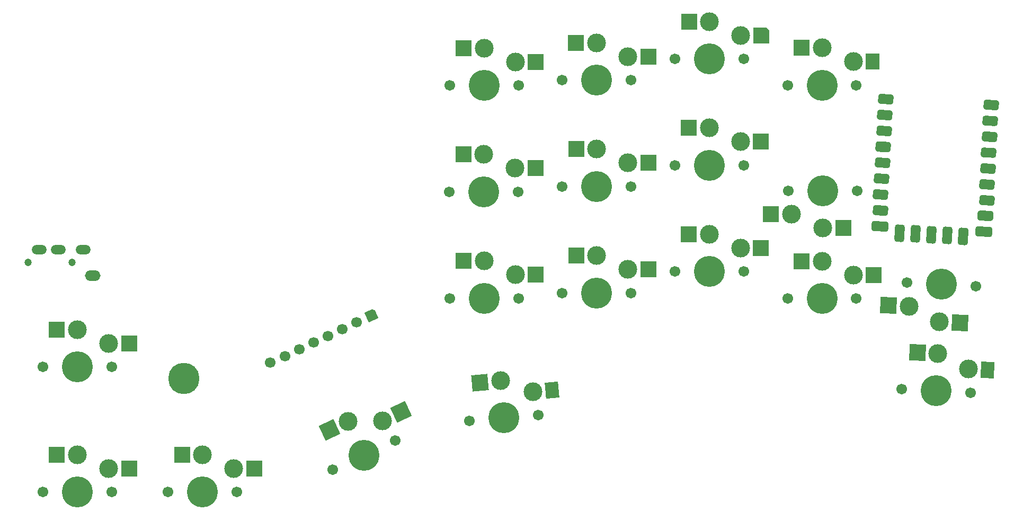
<source format=gbs>
%TF.GenerationSoftware,KiCad,Pcbnew,7.0.7*%
%TF.CreationDate,2024-10-24T22:54:22+09:00*%
%TF.ProjectId,evoroll,65766f72-6f6c-46c2-9e6b-696361645f70,rev?*%
%TF.SameCoordinates,Original*%
%TF.FileFunction,Soldermask,Bot*%
%TF.FilePolarity,Negative*%
%FSLAX46Y46*%
G04 Gerber Fmt 4.6, Leading zero omitted, Abs format (unit mm)*
G04 Created by KiCad (PCBNEW 7.0.7) date 2024-10-24 22:54:22*
%MOMM*%
%LPD*%
G01*
G04 APERTURE LIST*
G04 Aperture macros list*
%AMRoundRect*
0 Rectangle with rounded corners*
0 $1 Rounding radius*
0 $2 $3 $4 $5 $6 $7 $8 $9 X,Y pos of 4 corners*
0 Add a 4 corners polygon primitive as box body*
4,1,4,$2,$3,$4,$5,$6,$7,$8,$9,$2,$3,0*
0 Add four circle primitives for the rounded corners*
1,1,$1+$1,$2,$3*
1,1,$1+$1,$4,$5*
1,1,$1+$1,$6,$7*
1,1,$1+$1,$8,$9*
0 Add four rect primitives between the rounded corners*
20,1,$1+$1,$2,$3,$4,$5,0*
20,1,$1+$1,$4,$5,$6,$7,0*
20,1,$1+$1,$6,$7,$8,$9,0*
20,1,$1+$1,$8,$9,$2,$3,0*%
%AMHorizOval*
0 Thick line with rounded ends*
0 $1 width*
0 $2 $3 position (X,Y) of the first rounded end (center of the circle)*
0 $4 $5 position (X,Y) of the second rounded end (center of the circle)*
0 Add line between two ends*
20,1,$1,$2,$3,$4,$5,0*
0 Add two circle primitives to create the rounded ends*
1,1,$1,$2,$3*
1,1,$1,$4,$5*%
%AMRotRect*
0 Rectangle, with rotation*
0 The origin of the aperture is its center*
0 $1 length*
0 $2 width*
0 $3 Rotation angle, in degrees counterclockwise*
0 Add horizontal line*
21,1,$1,$2,0,0,$3*%
%AMOutline5P*
0 Free polygon, 5 corners , with rotation*
0 The origin of the aperture is its center*
0 number of corners: always 5*
0 $1 to $10 corner X, Y*
0 $11 Rotation angle, in degrees counterclockwise*
0 create outline with 5 corners*
4,1,5,$1,$2,$3,$4,$5,$6,$7,$8,$9,$10,$1,$2,$11*%
%AMOutline6P*
0 Free polygon, 6 corners , with rotation*
0 The origin of the aperture is its center*
0 number of corners: always 6*
0 $1 to $12 corner X, Y*
0 $13 Rotation angle, in degrees counterclockwise*
0 create outline with 6 corners*
4,1,6,$1,$2,$3,$4,$5,$6,$7,$8,$9,$10,$11,$12,$1,$2,$13*%
%AMOutline7P*
0 Free polygon, 7 corners , with rotation*
0 The origin of the aperture is its center*
0 number of corners: always 7*
0 $1 to $14 corner X, Y*
0 $15 Rotation angle, in degrees counterclockwise*
0 create outline with 7 corners*
4,1,7,$1,$2,$3,$4,$5,$6,$7,$8,$9,$10,$11,$12,$13,$14,$1,$2,$15*%
%AMOutline8P*
0 Free polygon, 8 corners , with rotation*
0 The origin of the aperture is its center*
0 number of corners: always 8*
0 $1 to $16 corner X, Y*
0 $17 Rotation angle, in degrees counterclockwise*
0 create outline with 8 corners*
4,1,8,$1,$2,$3,$4,$5,$6,$7,$8,$9,$10,$11,$12,$13,$14,$15,$16,$1,$2,$17*%
G04 Aperture macros list end*
%ADD10C,1.701800*%
%ADD11C,3.000000*%
%ADD12C,4.950000*%
%ADD13R,2.600000X2.600000*%
%ADD14RoundRect,0.400000X-0.844804X-0.356275X0.802935X-0.442629X0.844804X0.356275X-0.802935X0.442629X0*%
%ADD15RoundRect,0.395000X-0.849535X-0.351020X0.808190X-0.437898X0.849535X0.351020X-0.808190X0.437898X0*%
%ADD16RoundRect,0.405000X-0.843767X-0.361336X0.801375X-0.447554X0.843767X0.361336X-0.801375X0.447554X0*%
%ADD17RoundRect,0.390000X-0.857962X-0.345571X0.817140X-0.433360X0.857962X0.345571X-0.817140X0.433360X0*%
%ADD18RoundRect,0.400000X-0.848499X-0.356081X0.806630X-0.442823X0.848499X0.356081X-0.806630X0.442823X0*%
%ADD19RoundRect,0.400050X-0.848451X-0.356134X0.806577X-0.442870X0.848451X0.356134X-0.806577X0.442870X0*%
%ADD20RoundRect,0.400050X-0.844756X-0.356327X0.802882X-0.442676X0.844756X0.356327X-0.802882X0.442676X0*%
%ADD21RoundRect,0.405025X-0.871006X-0.359933X0.828611X-0.449007X0.871006X0.359933X-0.828611X0.449007X0*%
%ADD22RoundRect,0.400050X-0.985563X-0.348948X0.943689X-0.450056X0.985563X0.348948X-0.943689X0.450056X0*%
%ADD23RoundRect,0.400000X-0.451160X-0.965712X0.347744X-1.007580X0.451160X0.965712X-0.347744X1.007580X0*%
%ADD24RoundRect,0.393700X-0.445198X-0.972333X0.341123X-1.013542X0.445198X0.972333X-0.341123X1.013542X0*%
%ADD25RoundRect,0.405025X-0.840049X-0.361556X0.797654X-0.447384X0.840049X0.361556X-0.797654X0.447384X0*%
%ADD26RoundRect,0.415025X-0.830586X-0.372065X0.787144X-0.456847X0.830586X0.372065X-0.787144X0.456847X0*%
%ADD27RotRect,2.600000X2.600000X185.000000*%
%ADD28RotRect,2.125000X2.550000X185.000000*%
%ADD29Outline5P,-1.300000X1.300000X1.300000X1.300000X1.300000X-1.300000X-0.780000X-1.300000X-1.300000X-0.780000X180.000000*%
%ADD30HorizOval,1.700000X0.000000X0.000000X0.000000X0.000000X0*%
%ADD31Outline5P,-0.850000X0.510000X-0.510000X0.850000X0.850000X0.850000X0.850000X-0.850000X-0.850000X-0.850000X295.000000*%
%ADD32C,1.200000*%
%ADD33O,2.500000X1.700000*%
%ADD34O,2.400000X1.500000*%
%ADD35RotRect,2.600000X2.600000X357.000000*%
%ADD36C,5.000000*%
%ADD37R,2.175000X2.600000*%
%ADD38RotRect,2.600000X2.600000X177.000000*%
%ADD39RotRect,2.125000X2.600000X177.000000*%
%ADD40RotRect,2.600000X2.600000X205.000000*%
G04 APERTURE END LIST*
D10*
%TO.C,SW15*%
X30154000Y-80362000D03*
D11*
X29654000Y-76612000D03*
D12*
X24654000Y-80362000D03*
D11*
X24654000Y-74412000D03*
D10*
X19154000Y-80362000D03*
D13*
X21379000Y-74412000D03*
X32929000Y-76612000D03*
%TD*%
D14*
%TO.C,RZ1*%
X170678969Y-38491353D03*
D15*
X170552802Y-41038240D03*
D16*
X170420914Y-43554786D03*
D17*
X170286411Y-46121264D03*
D18*
X170154525Y-48637810D03*
D19*
X170021591Y-51174329D03*
D20*
X169981232Y-53715701D03*
D21*
X169728983Y-56236002D03*
D22*
X169485679Y-58776701D03*
D23*
X166237076Y-59505681D03*
D24*
X163700557Y-59372748D03*
X161164038Y-59239814D03*
X158627519Y-59106881D03*
X156091000Y-58973948D03*
D22*
X152936391Y-57909389D03*
D25*
X153017916Y-55360213D03*
D20*
X153042477Y-52827978D03*
X153175410Y-50291459D03*
X153308343Y-47754940D03*
D26*
X153442845Y-45188512D03*
D20*
X153574210Y-42681902D03*
X153689867Y-40144478D03*
X153840077Y-37608864D03*
%TD*%
D10*
%TO.C,SW1*%
X95150000Y-35375000D03*
D11*
X94650000Y-31625000D03*
D12*
X89650000Y-35375000D03*
D11*
X89650000Y-29425000D03*
D10*
X84150000Y-35375000D03*
D13*
X86375000Y-29425000D03*
X97925000Y-31625000D03*
%TD*%
D10*
%TO.C,SW12*%
X131125000Y-65125000D03*
D11*
X130625000Y-61375000D03*
D12*
X125625000Y-65125000D03*
D11*
X125625000Y-59175000D03*
D10*
X120125000Y-65125000D03*
D13*
X122350000Y-59175000D03*
X133900000Y-61375000D03*
%TD*%
D10*
%TO.C,SW19*%
X98272648Y-87998001D03*
D11*
X97447716Y-84305849D03*
D12*
X92793577Y-88477358D03*
D11*
X92275000Y-82550000D03*
D10*
X87314506Y-88956715D03*
D27*
X89012463Y-82835435D03*
D28*
X100475837Y-84066018D03*
%TD*%
D10*
%TO.C,SW16*%
X30146200Y-100339800D03*
D11*
X29646200Y-96589800D03*
D12*
X24646200Y-100339800D03*
D11*
X24646200Y-94389800D03*
D10*
X19146200Y-100339800D03*
D13*
X21371200Y-94389800D03*
X32921200Y-96589800D03*
%TD*%
D10*
%TO.C,SW3*%
X131175000Y-31125000D03*
D11*
X130675000Y-27375000D03*
D12*
X125675000Y-31125000D03*
D11*
X125675000Y-25175000D03*
D10*
X120175000Y-31125000D03*
D13*
X122400000Y-25175000D03*
D29*
X133950000Y-27375000D03*
%TD*%
D10*
%TO.C,SW10*%
X95150000Y-69375000D03*
D11*
X94650000Y-65625000D03*
D12*
X89650000Y-69375000D03*
D11*
X89650000Y-63425000D03*
D10*
X84150000Y-69375000D03*
D13*
X86375000Y-63425000D03*
X97925000Y-65625000D03*
%TD*%
D30*
%TO.C,J1*%
X55497979Y-79673451D03*
X57800000Y-78600000D03*
X60102022Y-77526550D03*
X62404044Y-76453100D03*
X64706066Y-75379649D03*
X67008087Y-74306199D03*
X69310109Y-73232748D03*
D31*
X71612131Y-72159298D03*
%TD*%
D32*
%TO.C,J2*%
X16782200Y-63685000D03*
X23782200Y-63685000D03*
D33*
X27082200Y-65785000D03*
D34*
X18582200Y-61585000D03*
X21582200Y-61585000D03*
X25582200Y-61585000D03*
%TD*%
D10*
%TO.C,SW6*%
X113150000Y-51525000D03*
D11*
X112650000Y-47775000D03*
D12*
X107650000Y-51525000D03*
D11*
X107650000Y-45575000D03*
D10*
X102150000Y-51525000D03*
D13*
X104375000Y-45575000D03*
X115925000Y-47775000D03*
%TD*%
D10*
%TO.C,SW2*%
X113125000Y-34525000D03*
D11*
X112625000Y-30775000D03*
D12*
X107625000Y-34525000D03*
D11*
X107625000Y-28575000D03*
D10*
X102125000Y-34525000D03*
D13*
X104350000Y-28575000D03*
X115900000Y-30775000D03*
%TD*%
D10*
%TO.C,SW13*%
X149150000Y-69400000D03*
D11*
X148650000Y-65650000D03*
D12*
X143650000Y-69400000D03*
D11*
X143650000Y-63450000D03*
D10*
X138150000Y-69400000D03*
D13*
X140375000Y-63450000D03*
X151925000Y-65650000D03*
%TD*%
D10*
%TO.C,SW9*%
X157241651Y-66875398D03*
D11*
X157544705Y-70646427D03*
D12*
X162734113Y-67163246D03*
D11*
X162422714Y-73105092D03*
D10*
X168226575Y-67451094D03*
D35*
X165693226Y-73276492D03*
X154274194Y-70475027D03*
%TD*%
D10*
%TO.C,SW5*%
X95125000Y-52350000D03*
D11*
X94625000Y-48600000D03*
D12*
X89625000Y-52350000D03*
D11*
X89625000Y-46400000D03*
D10*
X84125000Y-52350000D03*
D13*
X86350000Y-46400000D03*
X97900000Y-48600000D03*
%TD*%
D10*
%TO.C,SW17*%
X50159000Y-100345400D03*
D11*
X49659000Y-96595400D03*
D12*
X44659000Y-100345400D03*
D11*
X44659000Y-94395400D03*
D10*
X39159000Y-100345400D03*
D13*
X41384000Y-94395400D03*
X52934000Y-96595400D03*
%TD*%
D10*
%TO.C,SW7*%
X131125000Y-48125000D03*
D11*
X130625000Y-44375000D03*
D12*
X125625000Y-48125000D03*
D11*
X125625000Y-42175000D03*
D10*
X120125000Y-48125000D03*
D13*
X122350000Y-42175000D03*
X133900000Y-44375000D03*
%TD*%
D10*
%TO.C,SW11*%
X113150000Y-68525000D03*
D11*
X112650000Y-64775000D03*
D12*
X107650000Y-68525000D03*
D11*
X107650000Y-62575000D03*
D10*
X102150000Y-68525000D03*
D13*
X104375000Y-62575000D03*
X115925000Y-64775000D03*
%TD*%
D36*
%TO.C,Ref\u002A\u002A*%
X41648200Y-82209800D03*
%TD*%
D10*
%TO.C,SW4*%
X149150000Y-35350000D03*
D11*
X148650000Y-31600000D03*
D12*
X143650000Y-35350000D03*
D11*
X143650000Y-29400000D03*
D10*
X138150000Y-35350000D03*
D13*
X140375000Y-29400000D03*
D37*
X151712500Y-31600000D03*
%TD*%
D10*
%TO.C,SW14*%
X167356063Y-84454694D03*
D11*
X167053009Y-80683665D03*
D12*
X161863601Y-84166846D03*
D11*
X162175000Y-78225000D03*
D10*
X156371139Y-83878998D03*
D38*
X158904488Y-78053600D03*
D39*
X170086346Y-80842635D03*
%TD*%
D10*
%TO.C,SW8*%
X138275000Y-52225000D03*
D11*
X138775000Y-55975000D03*
D12*
X143775000Y-52225000D03*
D11*
X143775000Y-58175000D03*
D10*
X149275000Y-52225000D03*
D13*
X147050000Y-58175000D03*
X135500000Y-55975000D03*
%TD*%
D10*
%TO.C,SW18*%
X75424272Y-92118131D03*
D11*
X73386299Y-88930785D03*
D12*
X70439579Y-94442531D03*
D11*
X67925000Y-89050000D03*
D10*
X65454886Y-96766931D03*
D40*
X64956842Y-90434074D03*
X76354457Y-87546711D03*
%TD*%
M02*

</source>
